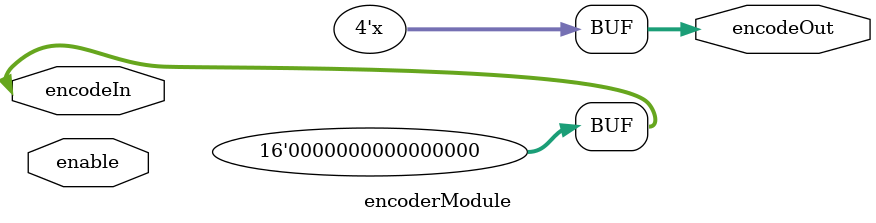
<source format=v>
module encoderModule(
encodeOut , //  4 bit output
encodeIn ,  //  16 bit input
enable      //  encoder enable
);

output [3:0] encodeOut  ;
input  enable ; 
input [15:0] encodeIn ; 
     
reg [3:0] encodeOut ;
      
always @ (enable or encodeIn)
begin
  encodeIn = 0;
  if (enable) begin
    case (encodeIn) 
      16'h0002 : encodeOut = 1; 
      16'h0004 : encodeOut = 2; 
      16'h0008 : encodeOut = 3; 
      16'h0010 : encodeOut = 4;
      16'h0020 : encodeOut = 5; 
      16'h0040 : encodeOut = 6; 
      16'h0080 : encodeOut = 7; 
      16'h0100 : encodeOut = 8;
      16'h0200 : encodeOut = 9;
      16'h0400 : encodeOut = 10; 
      16'h0800 : encodeOut = 11; 
      16'h1000 : encodeOut = 12; 
      16'h2000 : encodeOut = 13; 
      16'h4000 : encodeOut = 14; 
      16'h8000 : encodeOut = 15; 
   endcase
  end
end

endmodule

</source>
